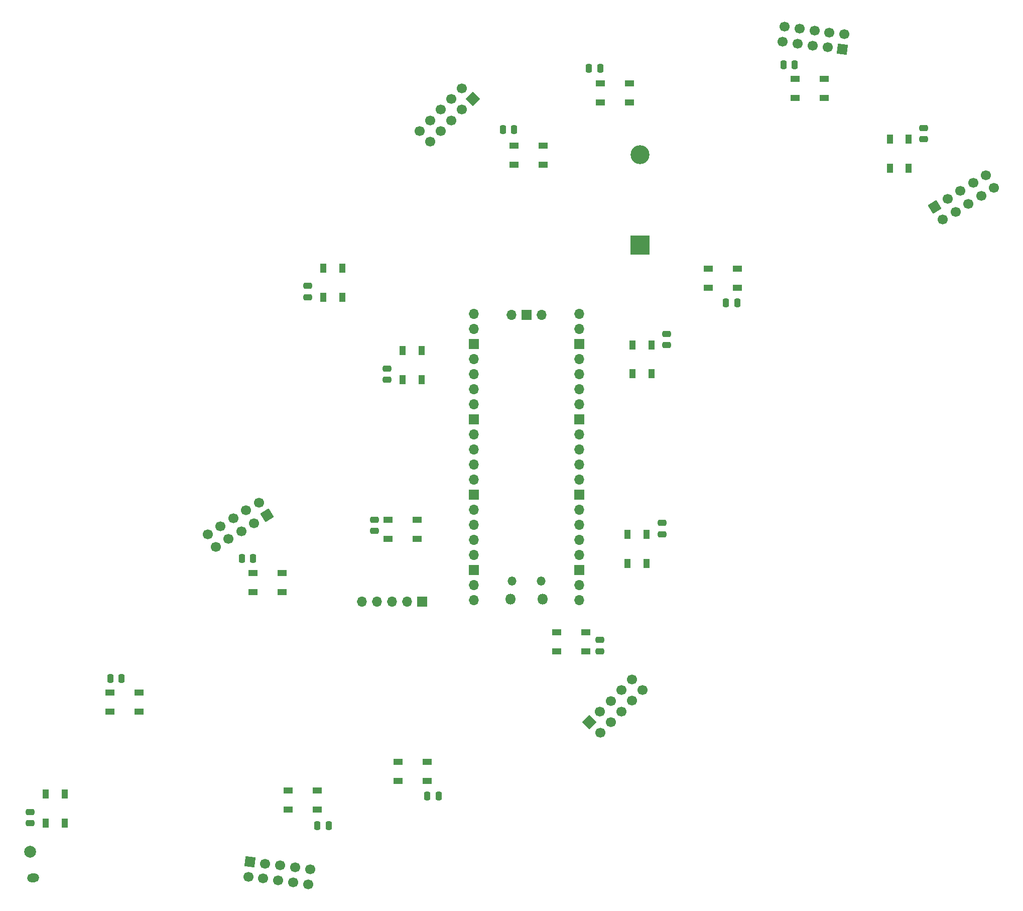
<source format=gbr>
%TF.GenerationSoftware,KiCad,Pcbnew,(6.0.1)*%
%TF.CreationDate,2022-03-18T19:46:04+01:00*%
%TF.ProjectId,pcb_v1,7063625f-7631-42e6-9b69-6361645f7063,v1*%
%TF.SameCoordinates,Original*%
%TF.FileFunction,Soldermask,Top*%
%TF.FilePolarity,Negative*%
%FSLAX46Y46*%
G04 Gerber Fmt 4.6, Leading zero omitted, Abs format (unit mm)*
G04 Created by KiCad (PCBNEW (6.0.1)) date 2022-03-18 19:46:04*
%MOMM*%
%LPD*%
G01*
G04 APERTURE LIST*
G04 Aperture macros list*
%AMRoundRect*
0 Rectangle with rounded corners*
0 $1 Rounding radius*
0 $2 $3 $4 $5 $6 $7 $8 $9 X,Y pos of 4 corners*
0 Add a 4 corners polygon primitive as box body*
4,1,4,$2,$3,$4,$5,$6,$7,$8,$9,$2,$3,0*
0 Add four circle primitives for the rounded corners*
1,1,$1+$1,$2,$3*
1,1,$1+$1,$4,$5*
1,1,$1+$1,$6,$7*
1,1,$1+$1,$8,$9*
0 Add four rect primitives between the rounded corners*
20,1,$1+$1,$2,$3,$4,$5,0*
20,1,$1+$1,$4,$5,$6,$7,0*
20,1,$1+$1,$6,$7,$8,$9,0*
20,1,$1+$1,$8,$9,$2,$3,0*%
%AMHorizOval*
0 Thick line with rounded ends*
0 $1 width*
0 $2 $3 position (X,Y) of the first rounded end (center of the circle)*
0 $4 $5 position (X,Y) of the second rounded end (center of the circle)*
0 Add line between two ends*
20,1,$1,$2,$3,$4,$5,0*
0 Add two circle primitives to create the rounded ends*
1,1,$1,$2,$3*
1,1,$1,$4,$5*%
%AMRotRect*
0 Rectangle, with rotation*
0 The origin of the aperture is its center*
0 $1 length*
0 $2 width*
0 $3 Rotation angle, in degrees counterclockwise*
0 Add horizontal line*
21,1,$1,$2,0,0,$3*%
G04 Aperture macros list end*
%ADD10RoundRect,0.250000X-0.250000X-0.475000X0.250000X-0.475000X0.250000X0.475000X-0.250000X0.475000X0*%
%ADD11R,1.500000X1.000000*%
%ADD12RoundRect,0.250000X-0.475000X0.250000X-0.475000X-0.250000X0.475000X-0.250000X0.475000X0.250000X0*%
%ADD13R,1.000000X1.500000*%
%ADD14RoundRect,0.250000X0.250000X0.475000X-0.250000X0.475000X-0.250000X-0.475000X0.250000X-0.475000X0*%
%ADD15RoundRect,0.250000X0.475000X-0.250000X0.475000X0.250000X-0.475000X0.250000X-0.475000X-0.250000X0*%
%ADD16R,1.700000X1.700000*%
%ADD17O,1.700000X1.700000*%
%ADD18HorizOval,1.500000X0.248490X0.027434X-0.248490X-0.027434X0*%
%ADD19C,2.000000*%
%ADD20RotRect,1.700000X1.700000X262.800000*%
%ADD21HorizOval,1.700000X0.000000X0.000000X0.000000X0.000000X0*%
%ADD22RotRect,1.700000X1.700000X121.800000*%
%ADD23HorizOval,1.700000X0.000000X0.000000X0.000000X0.000000X0*%
%ADD24RotRect,1.700000X1.700000X82.800000*%
%ADD25HorizOval,1.700000X0.000000X0.000000X0.000000X0.000000X0*%
%ADD26R,3.200000X3.200000*%
%ADD27O,3.200000X3.200000*%
%ADD28RotRect,1.700000X1.700000X135.300000*%
%ADD29HorizOval,1.700000X0.000000X0.000000X0.000000X0.000000X0*%
%ADD30O,1.500000X1.500000*%
%ADD31O,1.800000X1.800000*%
%ADD32RotRect,1.700000X1.700000X301.800000*%
%ADD33HorizOval,1.700000X0.000000X0.000000X0.000000X0.000000X0*%
%ADD34RotRect,1.700000X1.700000X315.300000*%
%ADD35HorizOval,1.700000X0.000000X0.000000X0.000000X0.000000X0*%
G04 APERTURE END LIST*
D10*
%TO.C,C13*%
X166870000Y-38320000D03*
X168770000Y-38320000D03*
%TD*%
D11*
%TO.C,D10*%
X191900000Y-75325000D03*
X191900000Y-72125000D03*
X187000000Y-72125000D03*
X187000000Y-75325000D03*
%TD*%
D12*
%TO.C,C4*%
X72630000Y-163690000D03*
X72630000Y-165590000D03*
%TD*%
D11*
%TO.C,D2*%
X110200000Y-123400000D03*
X110200000Y-126600000D03*
X115100000Y-126600000D03*
X115100000Y-123400000D03*
%TD*%
D10*
%TO.C,C14*%
X152340000Y-48670000D03*
X154240000Y-48670000D03*
%TD*%
D12*
%TO.C,C9*%
X180000000Y-83080000D03*
X180000000Y-84980000D03*
%TD*%
D13*
%TO.C,D16*%
X135425000Y-90850000D03*
X138625000Y-90850000D03*
X138625000Y-85950000D03*
X135425000Y-85950000D03*
%TD*%
D12*
%TO.C,C11*%
X223340000Y-48390000D03*
X223340000Y-50290000D03*
%TD*%
D14*
%TO.C,C5*%
X122970000Y-166030000D03*
X121070000Y-166030000D03*
%TD*%
D12*
%TO.C,C8*%
X179190000Y-114980000D03*
X179190000Y-116880000D03*
%TD*%
D11*
%TO.C,D7*%
X166375000Y-136600000D03*
X166375000Y-133400000D03*
X161475000Y-133400000D03*
X161475000Y-136600000D03*
%TD*%
%TO.C,D12*%
X201625000Y-40125000D03*
X201625000Y-43325000D03*
X206525000Y-43325000D03*
X206525000Y-40125000D03*
%TD*%
D10*
%TO.C,C12*%
X199710000Y-37770000D03*
X201610000Y-37770000D03*
%TD*%
D11*
%TO.C,D6*%
X139625000Y-158450000D03*
X139625000Y-155250000D03*
X134725000Y-155250000D03*
X134725000Y-158450000D03*
%TD*%
D12*
%TO.C,C16*%
X132830000Y-88960000D03*
X132830000Y-90860000D03*
%TD*%
D10*
%TO.C,C10*%
X190010000Y-77840000D03*
X191910000Y-77840000D03*
%TD*%
D13*
%TO.C,D4*%
X75225000Y-165575000D03*
X78425000Y-165575000D03*
X78425000Y-160675000D03*
X75225000Y-160675000D03*
%TD*%
D10*
%TO.C,C2*%
X108340000Y-121010000D03*
X110240000Y-121010000D03*
%TD*%
D12*
%TO.C,C15*%
X119410000Y-75000000D03*
X119410000Y-76900000D03*
%TD*%
D11*
%TO.C,D14*%
X154225000Y-51400000D03*
X154225000Y-54600000D03*
X159125000Y-54600000D03*
X159125000Y-51400000D03*
%TD*%
D12*
%TO.C,C7*%
X168760000Y-134720000D03*
X168760000Y-136620000D03*
%TD*%
D14*
%TO.C,C6*%
X141520000Y-161010000D03*
X139620000Y-161010000D03*
%TD*%
%TO.C,C3*%
X88040000Y-141200000D03*
X86140000Y-141200000D03*
%TD*%
D13*
%TO.C,D11*%
X220825000Y-50300000D03*
X217625000Y-50300000D03*
X217625000Y-55200000D03*
X220825000Y-55200000D03*
%TD*%
D11*
%TO.C,D1*%
X133025000Y-114450000D03*
X133025000Y-117650000D03*
X137925000Y-117650000D03*
X137925000Y-114450000D03*
%TD*%
%TO.C,D5*%
X121075000Y-163325000D03*
X121075000Y-160125000D03*
X116175000Y-160125000D03*
X116175000Y-163325000D03*
%TD*%
D13*
%TO.C,D8*%
X176600000Y-116875000D03*
X173400000Y-116875000D03*
X173400000Y-121775000D03*
X176600000Y-121775000D03*
%TD*%
D15*
%TO.C,C1*%
X130720000Y-116340000D03*
X130720000Y-114440000D03*
%TD*%
D13*
%TO.C,D9*%
X177400000Y-84950000D03*
X174200000Y-84950000D03*
X174200000Y-89850000D03*
X177400000Y-89850000D03*
%TD*%
D11*
%TO.C,D3*%
X86100000Y-143600000D03*
X86100000Y-146800000D03*
X91000000Y-146800000D03*
X91000000Y-143600000D03*
%TD*%
D13*
%TO.C,D15*%
X122100000Y-76900000D03*
X125300000Y-76900000D03*
X125300000Y-72000000D03*
X122100000Y-72000000D03*
%TD*%
D11*
%TO.C,D13*%
X168775000Y-40850000D03*
X168775000Y-44050000D03*
X173675000Y-44050000D03*
X173675000Y-40850000D03*
%TD*%
D16*
%TO.C,J8*%
X138750000Y-128220000D03*
D17*
X136210000Y-128220000D03*
X133670000Y-128220000D03*
X131130000Y-128220000D03*
X128590000Y-128220000D03*
%TD*%
D18*
%TO.C,J7*%
X73136903Y-174796413D03*
D19*
X72654072Y-170422985D03*
%TD*%
D20*
%TO.C,J2*%
X109748404Y-172103336D03*
D21*
X109430058Y-174623307D03*
X112268375Y-172421682D03*
X111950029Y-174941654D03*
X114788347Y-172740029D03*
X114470000Y-175260000D03*
X117308318Y-173058375D03*
X116989972Y-175578347D03*
X119828289Y-173376722D03*
X119509943Y-175896693D03*
%TD*%
D22*
%TO.C,J1*%
X112555923Y-113691792D03*
D23*
X111217455Y-111533065D03*
X110397196Y-115030260D03*
X109058728Y-112871532D03*
X108238468Y-116368727D03*
X106900000Y-114210000D03*
X106079741Y-117707195D03*
X104741273Y-115548468D03*
X103921013Y-119045663D03*
X102582546Y-116886935D03*
%TD*%
D24*
%TO.C,J5*%
X209651596Y-35136664D03*
D25*
X209969942Y-32616693D03*
X207131625Y-34818318D03*
X207449971Y-32298346D03*
X204611653Y-34499971D03*
X204930000Y-31980000D03*
X202091682Y-34181625D03*
X202410028Y-31661653D03*
X199571711Y-33863278D03*
X199890057Y-31343307D03*
%TD*%
D26*
%TO.C,D17*%
X175495000Y-68110000D03*
D27*
X175495000Y-52870000D03*
%TD*%
D28*
%TO.C,J6*%
X147258676Y-43485761D03*
D29*
X145453245Y-41699138D03*
X145472053Y-45291192D03*
X143666623Y-43504569D03*
X143685431Y-47096622D03*
X141880000Y-45310000D03*
X141898808Y-48902053D03*
X140093378Y-47115430D03*
X140112186Y-50707484D03*
X138306755Y-48920861D03*
%TD*%
D30*
%TO.C,U1*%
X153925000Y-124805000D03*
D31*
X159075000Y-127835000D03*
X153625000Y-127835000D03*
D30*
X158775000Y-124805000D03*
D17*
X147460000Y-127965000D03*
X147460000Y-125425000D03*
D16*
X147460000Y-122885000D03*
D17*
X147460000Y-120345000D03*
X147460000Y-117805000D03*
X147460000Y-115265000D03*
X147460000Y-112725000D03*
D16*
X147460000Y-110185000D03*
D17*
X147460000Y-107645000D03*
X147460000Y-105105000D03*
X147460000Y-102565000D03*
X147460000Y-100025000D03*
D16*
X147460000Y-97485000D03*
D17*
X147460000Y-94945000D03*
X147460000Y-92405000D03*
X147460000Y-89865000D03*
X147460000Y-87325000D03*
D16*
X147460000Y-84785000D03*
D17*
X147460000Y-82245000D03*
X147460000Y-79705000D03*
X165240000Y-79705000D03*
X165240000Y-82245000D03*
D16*
X165240000Y-84785000D03*
D17*
X165240000Y-87325000D03*
X165240000Y-89865000D03*
X165240000Y-92405000D03*
X165240000Y-94945000D03*
D16*
X165240000Y-97485000D03*
D17*
X165240000Y-100025000D03*
X165240000Y-102565000D03*
X165240000Y-105105000D03*
X165240000Y-107645000D03*
D16*
X165240000Y-110185000D03*
D17*
X165240000Y-112725000D03*
X165240000Y-115265000D03*
X165240000Y-117805000D03*
X165240000Y-120345000D03*
D16*
X165240000Y-122885000D03*
D17*
X165240000Y-125425000D03*
X165240000Y-127965000D03*
X153810000Y-79935000D03*
D16*
X156350000Y-79935000D03*
D17*
X158890000Y-79935000D03*
%TD*%
D32*
%TO.C,J4*%
X225214077Y-61688208D03*
D33*
X226552545Y-63846935D03*
X227372804Y-60349740D03*
X228711272Y-62508468D03*
X229531532Y-59011273D03*
X230870000Y-61170000D03*
X231690259Y-57672805D03*
X233028727Y-59831532D03*
X233848987Y-56334337D03*
X235187454Y-58493065D03*
%TD*%
D34*
%TO.C,J3*%
X166971324Y-148584239D03*
D35*
X168776755Y-150370862D03*
X168757947Y-146778808D03*
X170563377Y-148565431D03*
X170544569Y-144973378D03*
X172350000Y-146760000D03*
X172331192Y-143167947D03*
X174136622Y-144954570D03*
X174117814Y-141362516D03*
X175923245Y-143149139D03*
%TD*%
M02*

</source>
